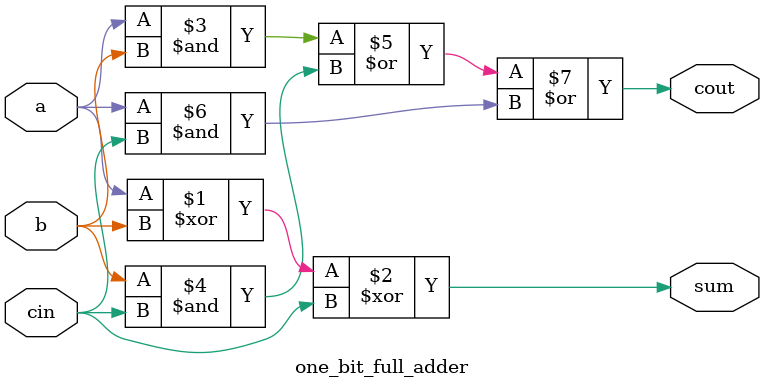
<source format=v>
module one_bit_full_adder (a, b, cin, sum, cout);

   input a;
   input b;
   input cin;

   output sum;
   wire sum;
   output cout;
   wire cout;

   assign sum  = a^b^cin; // sum bit
   assign cout = ((a&b) | (b&cin) | (a&cin)); //carry bit
      // $display("time=%d: %b + %b + %b = %b, cout = %b\n",$time,a,b,cin,sum,cout);

endmodule

</source>
